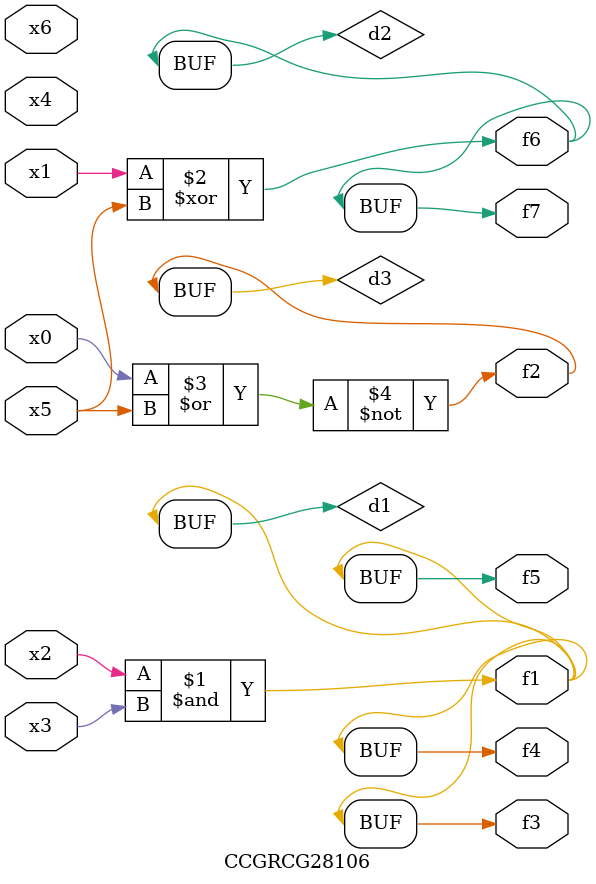
<source format=v>
module CCGRCG28106(
	input x0, x1, x2, x3, x4, x5, x6,
	output f1, f2, f3, f4, f5, f6, f7
);

	wire d1, d2, d3;

	and (d1, x2, x3);
	xor (d2, x1, x5);
	nor (d3, x0, x5);
	assign f1 = d1;
	assign f2 = d3;
	assign f3 = d1;
	assign f4 = d1;
	assign f5 = d1;
	assign f6 = d2;
	assign f7 = d2;
endmodule

</source>
